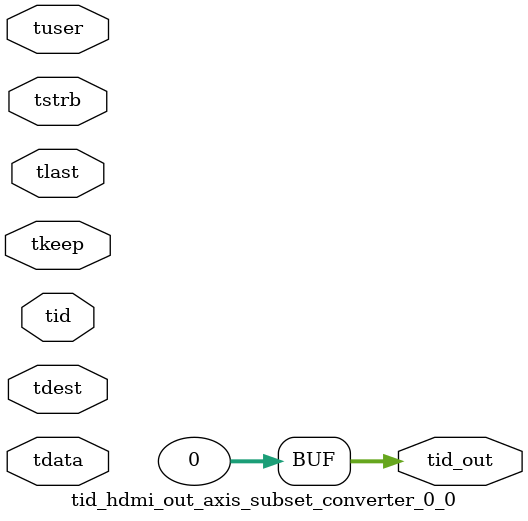
<source format=v>


`timescale 1ps/1ps

module tid_hdmi_out_axis_subset_converter_0_0 #
(
parameter C_S_AXIS_TID_WIDTH   = 1,
parameter C_S_AXIS_TUSER_WIDTH = 0,
parameter C_S_AXIS_TDATA_WIDTH = 0,
parameter C_S_AXIS_TDEST_WIDTH = 0,
parameter C_M_AXIS_TID_WIDTH   = 32
)
(
input  [(C_S_AXIS_TID_WIDTH   == 0 ? 1 : C_S_AXIS_TID_WIDTH)-1:0       ] tid,
input  [(C_S_AXIS_TDATA_WIDTH == 0 ? 1 : C_S_AXIS_TDATA_WIDTH)-1:0     ] tdata,
input  [(C_S_AXIS_TUSER_WIDTH == 0 ? 1 : C_S_AXIS_TUSER_WIDTH)-1:0     ] tuser,
input  [(C_S_AXIS_TDEST_WIDTH == 0 ? 1 : C_S_AXIS_TDEST_WIDTH)-1:0     ] tdest,
input  [(C_S_AXIS_TDATA_WIDTH/8)-1:0 ] tkeep,
input  [(C_S_AXIS_TDATA_WIDTH/8)-1:0 ] tstrb,
input                                                                    tlast,
output [(C_M_AXIS_TID_WIDTH   == 0 ? 1 : C_M_AXIS_TID_WIDTH)-1:0       ] tid_out
);

assign tid_out = {1'b0};

endmodule


</source>
